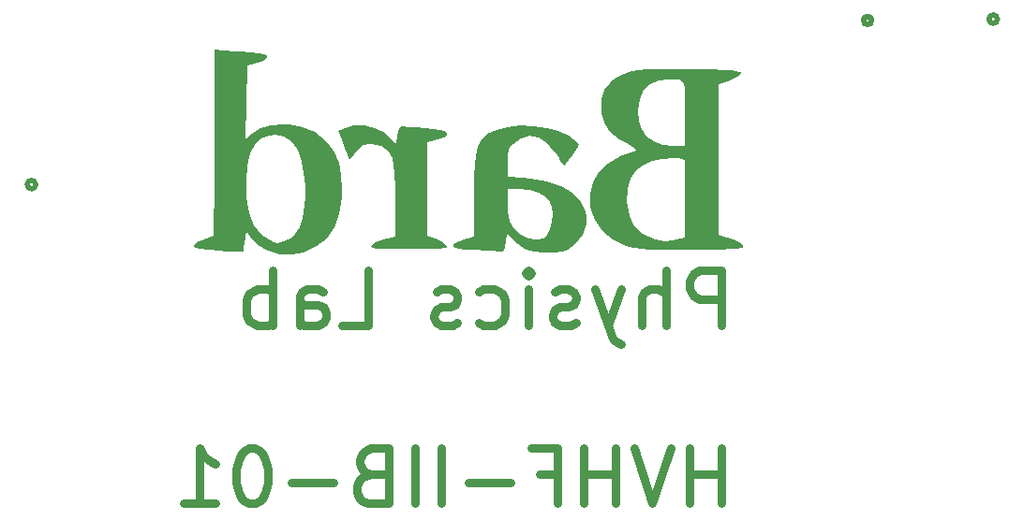
<source format=gbo>
G04 #@! TF.GenerationSoftware,KiCad,Pcbnew,7.0.7*
G04 #@! TF.CreationDate,2024-06-17T16:02:08-04:00*
G04 #@! TF.ProjectId,HVHF_IIB,48564846-5f49-4494-922e-6b696361645f,rev?*
G04 #@! TF.SameCoordinates,Original*
G04 #@! TF.FileFunction,Legend,Bot*
G04 #@! TF.FilePolarity,Positive*
%FSLAX46Y46*%
G04 Gerber Fmt 4.6, Leading zero omitted, Abs format (unit mm)*
G04 Created by KiCad (PCBNEW 7.0.7) date 2024-06-17 16:02:08*
%MOMM*%
%LPD*%
G01*
G04 APERTURE LIST*
%ADD10C,0.750000*%
%ADD11C,0.508000*%
%ADD12C,2.454000*%
%ADD13O,3.252000X1.728000*%
%ADD14R,3.200000X3.200000*%
%ADD15O,3.200000X3.200000*%
%ADD16C,1.498600*%
%ADD17C,2.304000*%
%ADD18R,1.574800X1.574800*%
%ADD19C,1.574800*%
%ADD20C,2.250000*%
%ADD21C,2.600000*%
%ADD22R,1.524000X1.524000*%
%ADD23C,1.524000*%
%ADD24C,1.320800*%
%ADD25R,1.320800X1.320800*%
%ADD26C,2.413000*%
G04 APERTURE END LIST*
D10*
X155316102Y-88249095D02*
X155316102Y-83249095D01*
X155316102Y-83249095D02*
X153411340Y-83249095D01*
X153411340Y-83249095D02*
X152935150Y-83487190D01*
X152935150Y-83487190D02*
X152697055Y-83725285D01*
X152697055Y-83725285D02*
X152458959Y-84201476D01*
X152458959Y-84201476D02*
X152458959Y-84915761D01*
X152458959Y-84915761D02*
X152697055Y-85391952D01*
X152697055Y-85391952D02*
X152935150Y-85630047D01*
X152935150Y-85630047D02*
X153411340Y-85868142D01*
X153411340Y-85868142D02*
X155316102Y-85868142D01*
X150316102Y-88249095D02*
X150316102Y-83249095D01*
X148173245Y-88249095D02*
X148173245Y-85630047D01*
X148173245Y-85630047D02*
X148411340Y-85153857D01*
X148411340Y-85153857D02*
X148887531Y-84915761D01*
X148887531Y-84915761D02*
X149601817Y-84915761D01*
X149601817Y-84915761D02*
X150078007Y-85153857D01*
X150078007Y-85153857D02*
X150316102Y-85391952D01*
X146268483Y-84915761D02*
X145078007Y-88249095D01*
X143887530Y-84915761D02*
X145078007Y-88249095D01*
X145078007Y-88249095D02*
X145554197Y-89439571D01*
X145554197Y-89439571D02*
X145792292Y-89677666D01*
X145792292Y-89677666D02*
X146268483Y-89915761D01*
X142220864Y-88011000D02*
X141744673Y-88249095D01*
X141744673Y-88249095D02*
X140792292Y-88249095D01*
X140792292Y-88249095D02*
X140316102Y-88011000D01*
X140316102Y-88011000D02*
X140078006Y-87534809D01*
X140078006Y-87534809D02*
X140078006Y-87296714D01*
X140078006Y-87296714D02*
X140316102Y-86820523D01*
X140316102Y-86820523D02*
X140792292Y-86582428D01*
X140792292Y-86582428D02*
X141506578Y-86582428D01*
X141506578Y-86582428D02*
X141982768Y-86344333D01*
X141982768Y-86344333D02*
X142220864Y-85868142D01*
X142220864Y-85868142D02*
X142220864Y-85630047D01*
X142220864Y-85630047D02*
X141982768Y-85153857D01*
X141982768Y-85153857D02*
X141506578Y-84915761D01*
X141506578Y-84915761D02*
X140792292Y-84915761D01*
X140792292Y-84915761D02*
X140316102Y-85153857D01*
X137935149Y-88249095D02*
X137935149Y-84915761D01*
X137935149Y-83249095D02*
X138173245Y-83487190D01*
X138173245Y-83487190D02*
X137935149Y-83725285D01*
X137935149Y-83725285D02*
X137697054Y-83487190D01*
X137697054Y-83487190D02*
X137935149Y-83249095D01*
X137935149Y-83249095D02*
X137935149Y-83725285D01*
X133411340Y-88011000D02*
X133887531Y-88249095D01*
X133887531Y-88249095D02*
X134839912Y-88249095D01*
X134839912Y-88249095D02*
X135316102Y-88011000D01*
X135316102Y-88011000D02*
X135554197Y-87772904D01*
X135554197Y-87772904D02*
X135792293Y-87296714D01*
X135792293Y-87296714D02*
X135792293Y-85868142D01*
X135792293Y-85868142D02*
X135554197Y-85391952D01*
X135554197Y-85391952D02*
X135316102Y-85153857D01*
X135316102Y-85153857D02*
X134839912Y-84915761D01*
X134839912Y-84915761D02*
X133887531Y-84915761D01*
X133887531Y-84915761D02*
X133411340Y-85153857D01*
X131506579Y-88011000D02*
X131030388Y-88249095D01*
X131030388Y-88249095D02*
X130078007Y-88249095D01*
X130078007Y-88249095D02*
X129601817Y-88011000D01*
X129601817Y-88011000D02*
X129363721Y-87534809D01*
X129363721Y-87534809D02*
X129363721Y-87296714D01*
X129363721Y-87296714D02*
X129601817Y-86820523D01*
X129601817Y-86820523D02*
X130078007Y-86582428D01*
X130078007Y-86582428D02*
X130792293Y-86582428D01*
X130792293Y-86582428D02*
X131268483Y-86344333D01*
X131268483Y-86344333D02*
X131506579Y-85868142D01*
X131506579Y-85868142D02*
X131506579Y-85630047D01*
X131506579Y-85630047D02*
X131268483Y-85153857D01*
X131268483Y-85153857D02*
X130792293Y-84915761D01*
X130792293Y-84915761D02*
X130078007Y-84915761D01*
X130078007Y-84915761D02*
X129601817Y-85153857D01*
X121030388Y-88249095D02*
X123411340Y-88249095D01*
X123411340Y-88249095D02*
X123411340Y-83249095D01*
X117220864Y-88249095D02*
X117220864Y-85630047D01*
X117220864Y-85630047D02*
X117458959Y-85153857D01*
X117458959Y-85153857D02*
X117935150Y-84915761D01*
X117935150Y-84915761D02*
X118887531Y-84915761D01*
X118887531Y-84915761D02*
X119363721Y-85153857D01*
X117220864Y-88011000D02*
X117697055Y-88249095D01*
X117697055Y-88249095D02*
X118887531Y-88249095D01*
X118887531Y-88249095D02*
X119363721Y-88011000D01*
X119363721Y-88011000D02*
X119601817Y-87534809D01*
X119601817Y-87534809D02*
X119601817Y-87058619D01*
X119601817Y-87058619D02*
X119363721Y-86582428D01*
X119363721Y-86582428D02*
X118887531Y-86344333D01*
X118887531Y-86344333D02*
X117697055Y-86344333D01*
X117697055Y-86344333D02*
X117220864Y-86106238D01*
X114839911Y-88249095D02*
X114839911Y-83249095D01*
X114839911Y-85153857D02*
X114363721Y-84915761D01*
X114363721Y-84915761D02*
X113411340Y-84915761D01*
X113411340Y-84915761D02*
X112935149Y-85153857D01*
X112935149Y-85153857D02*
X112697054Y-85391952D01*
X112697054Y-85391952D02*
X112458959Y-85868142D01*
X112458959Y-85868142D02*
X112458959Y-87296714D01*
X112458959Y-87296714D02*
X112697054Y-87772904D01*
X112697054Y-87772904D02*
X112935149Y-88011000D01*
X112935149Y-88011000D02*
X113411340Y-88249095D01*
X113411340Y-88249095D02*
X114363721Y-88249095D01*
X114363721Y-88249095D02*
X114839911Y-88011000D01*
X155316102Y-104349095D02*
X155316102Y-99349095D01*
X155316102Y-101730047D02*
X152458959Y-101730047D01*
X152458959Y-104349095D02*
X152458959Y-99349095D01*
X150792293Y-99349095D02*
X149125626Y-104349095D01*
X149125626Y-104349095D02*
X147458960Y-99349095D01*
X145792293Y-104349095D02*
X145792293Y-99349095D01*
X145792293Y-101730047D02*
X142935150Y-101730047D01*
X142935150Y-104349095D02*
X142935150Y-99349095D01*
X138887532Y-101730047D02*
X140554198Y-101730047D01*
X140554198Y-104349095D02*
X140554198Y-99349095D01*
X140554198Y-99349095D02*
X138173246Y-99349095D01*
X136268484Y-102444333D02*
X132458961Y-102444333D01*
X130078008Y-104349095D02*
X130078008Y-99349095D01*
X127697056Y-104349095D02*
X127697056Y-99349095D01*
X123649438Y-101730047D02*
X122935152Y-101968142D01*
X122935152Y-101968142D02*
X122697057Y-102206238D01*
X122697057Y-102206238D02*
X122458961Y-102682428D01*
X122458961Y-102682428D02*
X122458961Y-103396714D01*
X122458961Y-103396714D02*
X122697057Y-103872904D01*
X122697057Y-103872904D02*
X122935152Y-104111000D01*
X122935152Y-104111000D02*
X123411342Y-104349095D01*
X123411342Y-104349095D02*
X125316104Y-104349095D01*
X125316104Y-104349095D02*
X125316104Y-99349095D01*
X125316104Y-99349095D02*
X123649438Y-99349095D01*
X123649438Y-99349095D02*
X123173247Y-99587190D01*
X123173247Y-99587190D02*
X122935152Y-99825285D01*
X122935152Y-99825285D02*
X122697057Y-100301476D01*
X122697057Y-100301476D02*
X122697057Y-100777666D01*
X122697057Y-100777666D02*
X122935152Y-101253857D01*
X122935152Y-101253857D02*
X123173247Y-101491952D01*
X123173247Y-101491952D02*
X123649438Y-101730047D01*
X123649438Y-101730047D02*
X125316104Y-101730047D01*
X120316104Y-102444333D02*
X116506581Y-102444333D01*
X113173247Y-99349095D02*
X112697057Y-99349095D01*
X112697057Y-99349095D02*
X112220866Y-99587190D01*
X112220866Y-99587190D02*
X111982771Y-99825285D01*
X111982771Y-99825285D02*
X111744676Y-100301476D01*
X111744676Y-100301476D02*
X111506581Y-101253857D01*
X111506581Y-101253857D02*
X111506581Y-102444333D01*
X111506581Y-102444333D02*
X111744676Y-103396714D01*
X111744676Y-103396714D02*
X111982771Y-103872904D01*
X111982771Y-103872904D02*
X112220866Y-104111000D01*
X112220866Y-104111000D02*
X112697057Y-104349095D01*
X112697057Y-104349095D02*
X113173247Y-104349095D01*
X113173247Y-104349095D02*
X113649438Y-104111000D01*
X113649438Y-104111000D02*
X113887533Y-103872904D01*
X113887533Y-103872904D02*
X114125628Y-103396714D01*
X114125628Y-103396714D02*
X114363724Y-102444333D01*
X114363724Y-102444333D02*
X114363724Y-101253857D01*
X114363724Y-101253857D02*
X114125628Y-100301476D01*
X114125628Y-100301476D02*
X113887533Y-99825285D01*
X113887533Y-99825285D02*
X113649438Y-99587190D01*
X113649438Y-99587190D02*
X113173247Y-99349095D01*
X106744676Y-104349095D02*
X109601819Y-104349095D01*
X108173247Y-104349095D02*
X108173247Y-99349095D01*
X108173247Y-99349095D02*
X108649438Y-100063380D01*
X108649438Y-100063380D02*
X109125628Y-100539571D01*
X109125628Y-100539571D02*
X109601819Y-100777666D01*
D11*
X168940300Y-60620600D02*
G75*
G03*
X168940300Y-60620600I-381000J0D01*
G01*
X93381000Y-75482300D02*
G75*
G03*
X93381000Y-75482300I-381000J0D01*
G01*
X180298701Y-60500000D02*
G75*
G03*
X180298701Y-60500000I-381000J0D01*
G01*
G36*
X123071586Y-70145643D02*
G01*
X124056746Y-70364475D01*
X124932354Y-70776514D01*
X125592087Y-71356989D01*
X125949465Y-71811322D01*
X126069760Y-71009133D01*
X126115976Y-70762576D01*
X126243883Y-70364178D01*
X126380178Y-70206944D01*
X126576877Y-70220071D01*
X127062769Y-70262873D01*
X127751745Y-70328337D01*
X128565012Y-70409172D01*
X129263567Y-70484335D01*
X129913815Y-70573414D01*
X130309622Y-70664027D01*
X130506440Y-70769958D01*
X130559723Y-70904992D01*
X130534170Y-71009424D01*
X130265682Y-71226868D01*
X129677778Y-71424620D01*
X128795834Y-71650656D01*
X128795834Y-75877464D01*
X128795834Y-80104272D01*
X129677778Y-80470792D01*
X130023617Y-80633935D01*
X130409592Y-80881860D01*
X130559723Y-81078378D01*
X130559652Y-81081878D01*
X130494807Y-81166361D01*
X130280903Y-81229083D01*
X129877212Y-81272897D01*
X129243006Y-81300660D01*
X128337558Y-81315224D01*
X127120139Y-81319444D01*
X126669587Y-81319068D01*
X125577187Y-81312716D01*
X124779786Y-81296014D01*
X124234402Y-81265736D01*
X123898056Y-81218655D01*
X123727768Y-81151542D01*
X123680556Y-81061171D01*
X123746318Y-80937291D01*
X124116207Y-80713891D01*
X124782986Y-80477086D01*
X125885417Y-80151274D01*
X125876135Y-76987095D01*
X125860226Y-75679229D01*
X125815305Y-74512787D01*
X125742567Y-73669708D01*
X125642879Y-73164216D01*
X125627790Y-73120961D01*
X125210579Y-72391115D01*
X124591845Y-71946527D01*
X123789060Y-71800054D01*
X123488749Y-71812462D01*
X123003153Y-71924948D01*
X122592495Y-72211346D01*
X122136164Y-72740264D01*
X121746586Y-73245111D01*
X121552106Y-72740264D01*
X121486601Y-72570042D01*
X121273281Y-72014627D01*
X121041452Y-71409994D01*
X120725279Y-70584571D01*
X121276876Y-70351660D01*
X122083196Y-70144789D01*
X123071586Y-70145643D01*
G37*
G36*
X120839431Y-78137861D02*
G01*
X120399762Y-79362047D01*
X119722369Y-80338593D01*
X118800187Y-81078982D01*
X117626153Y-81594700D01*
X116617899Y-81800184D01*
X115453660Y-81776247D01*
X114375665Y-81483045D01*
X113449156Y-80939660D01*
X112739369Y-80165179D01*
X112440299Y-79709272D01*
X112327788Y-80271823D01*
X112250527Y-80767263D01*
X112215278Y-81231631D01*
X112213980Y-81304180D01*
X112154606Y-81513210D01*
X111936953Y-81586214D01*
X111465625Y-81565704D01*
X111354899Y-81556565D01*
X110753873Y-81509843D01*
X109976718Y-81452309D01*
X109162842Y-81394338D01*
X109016692Y-81383923D01*
X108311879Y-81320650D01*
X107890886Y-81247250D01*
X107694507Y-81148517D01*
X107663536Y-81009242D01*
X107741780Y-80889115D01*
X108083879Y-80655864D01*
X108599306Y-80437425D01*
X109481250Y-80142521D01*
X109508287Y-75168398D01*
X112425137Y-75168398D01*
X112451073Y-76678117D01*
X112681026Y-78069016D01*
X113121481Y-79178979D01*
X113772014Y-80006973D01*
X114632204Y-80551968D01*
X114892107Y-80658311D01*
X115252020Y-80761755D01*
X115563059Y-80723683D01*
X116007639Y-80542889D01*
X116383769Y-80346199D01*
X116866613Y-79933392D01*
X117222480Y-79350839D01*
X117484054Y-78537927D01*
X117684021Y-77434039D01*
X117748397Y-76668533D01*
X117734688Y-75559978D01*
X117624440Y-74427932D01*
X117430869Y-73396279D01*
X117167188Y-72588902D01*
X117007627Y-72263981D01*
X116486396Y-71543413D01*
X115849499Y-71131688D01*
X115059629Y-71000694D01*
X114434908Y-71058076D01*
X113724116Y-71337301D01*
X113180809Y-71867275D01*
X112791921Y-72668668D01*
X112544386Y-73762153D01*
X112425137Y-75168398D01*
X109508287Y-75168398D01*
X109527072Y-71712549D01*
X109572894Y-63282577D01*
X111379155Y-63402268D01*
X111883281Y-63436978D01*
X112876431Y-63518428D01*
X113576011Y-63602019D01*
X114023882Y-63695405D01*
X114261906Y-63806240D01*
X114331945Y-63942178D01*
X114254328Y-64052624D01*
X113918023Y-64242279D01*
X113405903Y-64422020D01*
X112479861Y-64679499D01*
X112432004Y-68046669D01*
X112384147Y-71413840D01*
X112930955Y-70903044D01*
X112970894Y-70866386D01*
X113691312Y-70390622D01*
X114598607Y-70118754D01*
X115755138Y-70031539D01*
X116299887Y-70048638D01*
X117527531Y-70260525D01*
X118579808Y-70735506D01*
X119525406Y-71500343D01*
X119774159Y-71763250D01*
X120385550Y-72596918D01*
X120787742Y-73529909D01*
X121006850Y-74638320D01*
X121068988Y-75998247D01*
X121048442Y-76654551D01*
X121046472Y-76668533D01*
X120839431Y-78137861D01*
G37*
G36*
X143123478Y-78150193D02*
G01*
X143132359Y-79112411D01*
X142834083Y-80021387D01*
X142263775Y-80802031D01*
X141456561Y-81379254D01*
X141038474Y-81526057D01*
X140223997Y-81649227D01*
X139305306Y-81657901D01*
X138419449Y-81553592D01*
X137703472Y-81337812D01*
X137603747Y-81288735D01*
X136994351Y-80900593D01*
X136468750Y-80446050D01*
X135939584Y-79880948D01*
X135851389Y-80732488D01*
X135800938Y-81100873D01*
X135681561Y-81461686D01*
X135498611Y-81553335D01*
X135250714Y-81533342D01*
X134720098Y-81497807D01*
X133993629Y-81452654D01*
X133151990Y-81403051D01*
X133055812Y-81397486D01*
X132192817Y-81340745D01*
X131622861Y-81282998D01*
X131291400Y-81213220D01*
X131143893Y-81120385D01*
X131125799Y-80993468D01*
X131169811Y-80902238D01*
X131502269Y-80663743D01*
X132105407Y-80440482D01*
X133029167Y-80177488D01*
X133029167Y-76509467D01*
X133029871Y-76007279D01*
X133031434Y-75851388D01*
X136027778Y-75851388D01*
X136028052Y-77130208D01*
X136061763Y-77878100D01*
X136254489Y-78796373D01*
X136640301Y-79495898D01*
X137244488Y-80037108D01*
X137268079Y-80052573D01*
X137934231Y-80333176D01*
X138682633Y-80429974D01*
X139338781Y-80319443D01*
X139637389Y-80054339D01*
X139885175Y-79526111D01*
X140038799Y-78847470D01*
X140084468Y-78120498D01*
X140008388Y-77447274D01*
X139796768Y-76929882D01*
X139541217Y-76651525D01*
X138869919Y-76236672D01*
X138004782Y-75958740D01*
X137042014Y-75855262D01*
X136027778Y-75851388D01*
X133031434Y-75851388D01*
X133042795Y-74718069D01*
X133078188Y-73714186D01*
X133144082Y-72945201D01*
X133248510Y-72360679D01*
X133399505Y-71910189D01*
X133605099Y-71543299D01*
X133873325Y-71209577D01*
X134227673Y-70903919D01*
X135035795Y-70507571D01*
X136046539Y-70256264D01*
X137186864Y-70146580D01*
X138383731Y-70175101D01*
X139564100Y-70338407D01*
X140654932Y-70633079D01*
X141583187Y-71055701D01*
X142275825Y-71602852D01*
X142310636Y-71641762D01*
X142443563Y-71835904D01*
X142439170Y-72040369D01*
X142271197Y-72344663D01*
X141913387Y-72838295D01*
X141582164Y-73264089D01*
X141288275Y-73604292D01*
X141133718Y-73734722D01*
X141005064Y-73616892D01*
X140822518Y-73294069D01*
X140674693Y-73041853D01*
X140325306Y-72568411D01*
X139894007Y-72063915D01*
X139584034Y-71759385D01*
X138807847Y-71254072D01*
X138024651Y-71089401D01*
X137258725Y-71267354D01*
X136534343Y-71789909D01*
X136524640Y-71799629D01*
X136256612Y-72104215D01*
X136106970Y-72415434D01*
X136041948Y-72848528D01*
X136027778Y-73518742D01*
X136027778Y-74741011D01*
X137506784Y-74854696D01*
X138056621Y-74907362D01*
X139606101Y-75189060D01*
X140900649Y-75641595D01*
X141922085Y-76254940D01*
X142652224Y-77019070D01*
X143072886Y-77923958D01*
X143116837Y-78120498D01*
X143123478Y-78150193D01*
G37*
G36*
X155077778Y-73186292D02*
G01*
X155077778Y-80016797D01*
X155820545Y-80254389D01*
X156179686Y-80369269D01*
X156603184Y-80519245D01*
X157127283Y-80779160D01*
X157338354Y-81016473D01*
X157342386Y-81076388D01*
X157286396Y-81168033D01*
X157108287Y-81235794D01*
X156761929Y-81285032D01*
X156201193Y-81321111D01*
X155379950Y-81349390D01*
X154252071Y-81375235D01*
X154164030Y-81377018D01*
X152422129Y-81406812D01*
X150988803Y-81417736D01*
X149822160Y-81407548D01*
X148880305Y-81374004D01*
X148121346Y-81314861D01*
X147503391Y-81227877D01*
X146984545Y-81110808D01*
X146522917Y-80961411D01*
X145492846Y-80448391D01*
X144561850Y-79665008D01*
X143896715Y-78702132D01*
X143524908Y-77600830D01*
X143501328Y-77046788D01*
X146822937Y-77046788D01*
X147047937Y-78251845D01*
X147061270Y-78295822D01*
X147511763Y-79228044D01*
X148213243Y-79913534D01*
X149172833Y-80359360D01*
X149453970Y-80438866D01*
X150313044Y-80590582D01*
X150932639Y-80527197D01*
X151174505Y-80460562D01*
X151594097Y-80361373D01*
X152079167Y-80254389D01*
X152079167Y-76743987D01*
X152079167Y-73233585D01*
X151542897Y-73115801D01*
X150941150Y-73051850D01*
X150013534Y-73131372D01*
X149072669Y-73372856D01*
X148238775Y-73742744D01*
X147632075Y-74207477D01*
X147166634Y-74915031D01*
X146865635Y-75912831D01*
X146822937Y-77046788D01*
X143501328Y-77046788D01*
X143473894Y-76402173D01*
X143480923Y-76333779D01*
X143738761Y-75250457D01*
X144267230Y-74330782D01*
X145083395Y-73558347D01*
X146204319Y-72916744D01*
X147647067Y-72389566D01*
X147662396Y-72382384D01*
X147597579Y-72257846D01*
X147281521Y-72031828D01*
X146773056Y-71747548D01*
X146135432Y-71382116D01*
X145295405Y-70691168D01*
X144769476Y-69902416D01*
X144535924Y-68989076D01*
X144520812Y-68795833D01*
X147846767Y-68795833D01*
X147901463Y-69672803D01*
X148132563Y-70496901D01*
X148572246Y-71111016D01*
X149250222Y-71573958D01*
X150009558Y-71856143D01*
X151058209Y-71970833D01*
X152079167Y-71970833D01*
X152079167Y-69079288D01*
X152079916Y-68304406D01*
X152072976Y-67396054D01*
X152035303Y-66760046D01*
X151943202Y-66348050D01*
X151772981Y-66111739D01*
X151500948Y-66002781D01*
X151103410Y-65972848D01*
X150556676Y-65973611D01*
X149709275Y-66047969D01*
X148881018Y-66355102D01*
X148300610Y-66909109D01*
X147958907Y-67719512D01*
X147846767Y-68795833D01*
X144520812Y-68795833D01*
X144512252Y-68686363D01*
X144543892Y-67705778D01*
X144781999Y-66936811D01*
X145245472Y-66308053D01*
X145403768Y-66156009D01*
X145860056Y-65792610D01*
X146377463Y-65506494D01*
X146997469Y-65290932D01*
X147761555Y-65139198D01*
X148711203Y-65044563D01*
X149887891Y-65000298D01*
X151333102Y-64999676D01*
X153088317Y-65035969D01*
X153228637Y-65039820D01*
X154522772Y-65078387D01*
X155507171Y-65115839D01*
X156221110Y-65155826D01*
X156703867Y-65201997D01*
X156994719Y-65258002D01*
X157132943Y-65327492D01*
X157157815Y-65414114D01*
X157031390Y-65566204D01*
X156643804Y-65795479D01*
X156092014Y-66017790D01*
X155077778Y-66355787D01*
X155077778Y-68304406D01*
X155077778Y-73186292D01*
G37*
%LPC*%
D12*
X133080000Y-61000000D03*
X154920000Y-61000000D03*
D13*
X188020000Y-95899000D03*
X188020000Y-93613000D03*
X188020000Y-91327000D03*
D14*
X202000000Y-95620000D03*
D15*
X202000000Y-80380000D03*
D16*
X164391600Y-60620600D03*
X160891599Y-60620600D03*
D17*
X192000000Y-138840000D03*
D12*
X189450000Y-136290000D03*
X189450000Y-141390000D03*
X194550000Y-136290000D03*
X194550000Y-141390000D03*
D13*
X125770000Y-112899000D03*
X125770000Y-110613000D03*
X125770000Y-108327000D03*
X173020000Y-95899000D03*
X173020000Y-93613000D03*
X173020000Y-91327000D03*
X156770000Y-95899000D03*
X156770000Y-93613000D03*
X156770000Y-91327000D03*
D18*
X151000000Y-129000000D03*
D19*
X120774000Y-129000000D03*
D13*
X188020000Y-112899000D03*
X188020000Y-110613000D03*
X188020000Y-108327000D03*
X141770000Y-95899000D03*
X141770000Y-93613000D03*
X141770000Y-91327000D03*
D12*
X190250000Y-80420000D03*
X190250000Y-58580000D03*
D16*
X93000000Y-79650000D03*
X93000000Y-83150001D03*
D13*
X141770000Y-112899000D03*
X141770000Y-110613000D03*
X141770000Y-108327000D03*
D20*
X97540000Y-95000000D03*
X97540000Y-89920000D03*
X89920000Y-92460000D03*
D13*
X156770000Y-112899000D03*
X156770000Y-110613000D03*
X156770000Y-108327000D03*
D18*
X155000000Y-129000000D03*
D19*
X185226000Y-129000000D03*
D20*
X165800000Y-77113000D03*
X105800000Y-77113000D03*
D18*
X151000000Y-139000000D03*
D19*
X120774000Y-139000000D03*
D21*
X92000000Y-112000000D03*
D22*
X175500000Y-74027850D03*
D23*
X175500000Y-79031650D03*
D24*
X96780000Y-119000000D03*
X94240000Y-119000000D03*
D25*
X91700000Y-119000000D03*
D13*
X173020000Y-112899000D03*
X173020000Y-110613000D03*
X173020000Y-108327000D03*
D14*
X113380000Y-59000000D03*
D15*
X128620000Y-59000000D03*
D16*
X175750001Y-60500000D03*
X172250000Y-60500000D03*
D23*
X111000000Y-129750000D03*
D26*
X116080000Y-134830109D03*
D23*
X113540000Y-129750000D03*
D26*
X105920000Y-134830109D03*
D18*
X155000000Y-139000000D03*
D19*
X185226000Y-139000000D03*
D13*
X125770000Y-95899000D03*
X125770000Y-93613000D03*
X125770000Y-91327000D03*
%LPD*%
M02*

</source>
